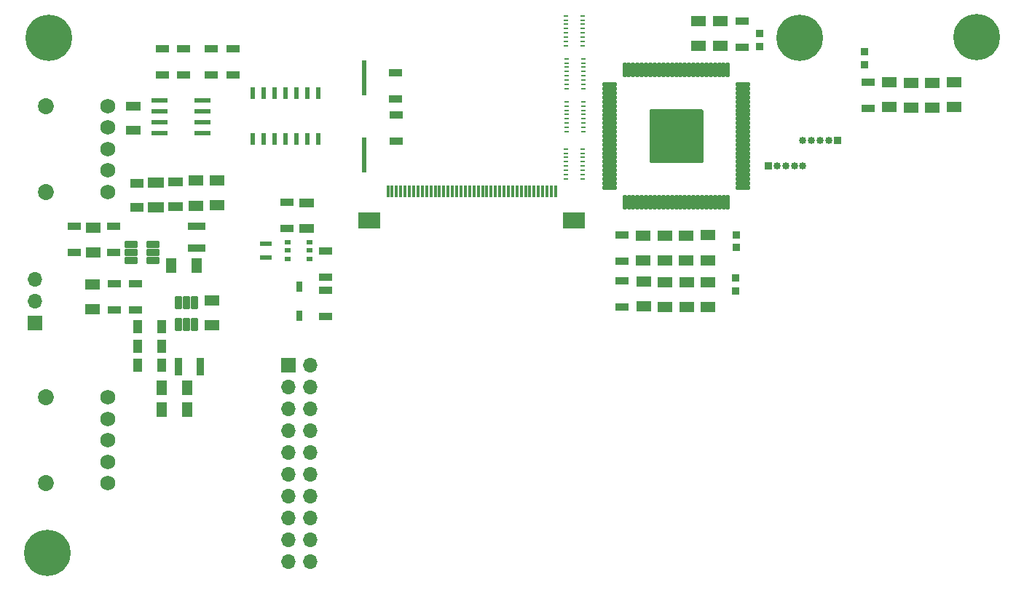
<source format=gts>
%TF.GenerationSoftware,KiCad,Pcbnew,8.0.8*%
%TF.CreationDate,2025-02-15T02:41:19-07:00*%
%TF.ProjectId,ECE Capstone PCB Design,45434520-4361-4707-9374-6f6e65205043,rev?*%
%TF.SameCoordinates,Original*%
%TF.FileFunction,Soldermask,Top*%
%TF.FilePolarity,Negative*%
%FSLAX46Y46*%
G04 Gerber Fmt 4.6, Leading zero omitted, Abs format (unit mm)*
G04 Created by KiCad (PCBNEW 8.0.8) date 2025-02-15 02:41:19*
%MOMM*%
%LPD*%
G01*
G04 APERTURE LIST*
G04 Aperture macros list*
%AMRoundRect*
0 Rectangle with rounded corners*
0 $1 Rounding radius*
0 $2 $3 $4 $5 $6 $7 $8 $9 X,Y pos of 4 corners*
0 Add a 4 corners polygon primitive as box body*
4,1,4,$2,$3,$4,$5,$6,$7,$8,$9,$2,$3,0*
0 Add four circle primitives for the rounded corners*
1,1,$1+$1,$2,$3*
1,1,$1+$1,$4,$5*
1,1,$1+$1,$6,$7*
1,1,$1+$1,$8,$9*
0 Add four rect primitives between the rounded corners*
20,1,$1+$1,$2,$3,$4,$5,0*
20,1,$1+$1,$4,$5,$6,$7,0*
20,1,$1+$1,$6,$7,$8,$9,0*
20,1,$1+$1,$8,$9,$2,$3,0*%
G04 Aperture macros list end*
%ADD10R,1.752600X1.168400*%
%ADD11R,1.700000X1.700000*%
%ADD12O,1.700000X1.700000*%
%ADD13R,1.168400X1.803400*%
%ADD14R,1.600000X0.855600*%
%ADD15R,0.939800X0.965200*%
%ADD16C,5.400000*%
%ADD17R,1.803400X1.168400*%
%ADD18R,0.584200X0.203200*%
%ADD19R,0.850000X0.850000*%
%ADD20O,0.850000X0.850000*%
%ADD21R,1.981200X0.558800*%
%ADD22C,1.854200*%
%ADD23C,1.752600*%
%ADD24R,0.850900X2.006600*%
%ADD25R,1.600200X1.117600*%
%ADD26R,0.800001X0.549999*%
%ADD27R,0.558800X1.397000*%
%ADD28R,1.117600X1.600200*%
%ADD29RoundRect,0.102000X0.860000X-0.525000X0.860000X0.525000X-0.860000X0.525000X-0.860000X-0.525000X0*%
%ADD30R,1.168400X1.752600*%
%ADD31R,0.609600X4.114800*%
%ADD32R,1.752600X1.016000*%
%ADD33R,0.381000X1.346200*%
%ADD34R,2.540000X1.854200*%
%ADD35RoundRect,0.099250X0.627750X0.297750X-0.627750X0.297750X-0.627750X-0.297750X0.627750X-0.297750X0*%
%ADD36R,2.006600X0.850900*%
%ADD37R,1.447800X0.609600*%
%ADD38RoundRect,0.099250X-0.297750X0.627750X-0.297750X-0.627750X0.297750X-0.627750X0.297750X0.627750X0*%
%ADD39R,0.762000X1.219200*%
%ADD40RoundRect,0.102000X-0.139700X0.736600X-0.139700X-0.736600X0.139700X-0.736600X0.139700X0.736600X0*%
%ADD41RoundRect,0.102000X-0.736600X0.139700X-0.736600X-0.139700X0.736600X-0.139700X0.736600X0.139700X0*%
%ADD42RoundRect,0.102000X-2.997200X2.997200X-2.997200X-2.997200X2.997200X-2.997200X2.997200X2.997200X0*%
%ADD43R,1.701800X1.016000*%
G04 APERTURE END LIST*
D10*
%TO.C,C36*%
X123666800Y-78084400D03*
X123666800Y-80980000D03*
%TD*%
D11*
%TO.C,REF\u002A\u002A*%
X132560000Y-85620000D03*
D12*
X135100000Y-85620000D03*
X132560000Y-88160000D03*
X135100000Y-88160000D03*
X132560000Y-90700000D03*
X135100000Y-90700000D03*
X132560000Y-93240000D03*
X135100000Y-93240000D03*
X132560000Y-95780000D03*
X135100000Y-95780000D03*
X132560000Y-98320000D03*
X135100000Y-98320000D03*
X132560000Y-100860000D03*
X135100000Y-100860000D03*
X132560000Y-103400000D03*
X135100000Y-103400000D03*
X132560000Y-105940000D03*
X135100000Y-105940000D03*
X132560000Y-108480000D03*
X135100000Y-108480000D03*
%TD*%
D13*
%TO.C,C31*%
X117813600Y-90780000D03*
X120760000Y-90780000D03*
%TD*%
D14*
%TO.C,C38*%
X136860000Y-72380000D03*
X136860000Y-75435602D03*
%TD*%
%TO.C,C6*%
X117890000Y-51837801D03*
X117890000Y-48782199D03*
%TD*%
D10*
%TO.C,C19*%
X173810000Y-70584400D03*
X173810000Y-73480000D03*
%TD*%
D14*
%TO.C,C3*%
X123612199Y-51882199D03*
X123612199Y-48826597D03*
%TD*%
D15*
%TO.C,FB1*%
X184560000Y-77029300D03*
X184560000Y-75530700D03*
%TD*%
D10*
%TO.C,C20*%
X202412200Y-52732200D03*
X202412200Y-55627800D03*
%TD*%
%TO.C,C15*%
X176310000Y-70584400D03*
X176310000Y-73480000D03*
%TD*%
D14*
%TO.C,C39*%
X136860000Y-79963403D03*
X136860000Y-76907801D03*
%TD*%
D10*
%TO.C,C8*%
X181310000Y-70532200D03*
X181310000Y-73427800D03*
%TD*%
D16*
%TO.C,REF\u002A\u002A*%
X212560000Y-47480000D03*
%TD*%
D17*
%TO.C,C27*%
X124233200Y-64106800D03*
X124233200Y-67053200D03*
%TD*%
D14*
%TO.C,C34*%
X112310000Y-79230000D03*
X112310000Y-76174398D03*
%TD*%
D10*
%TO.C,C10*%
X178860000Y-75980000D03*
X178860000Y-78875600D03*
%TD*%
D18*
%TO.C,R10*%
X166810000Y-53480000D03*
X166810000Y-52980001D03*
X166810000Y-52480002D03*
X166810000Y-51980001D03*
X166810000Y-51480001D03*
X166810000Y-50980000D03*
X166810000Y-50480001D03*
X166810000Y-49980002D03*
X164879600Y-49980002D03*
X164879600Y-50480001D03*
X164879600Y-50980000D03*
X164879600Y-51480001D03*
X164879600Y-51980001D03*
X164879600Y-52480002D03*
X164879600Y-52980001D03*
X164879600Y-53480000D03*
%TD*%
D10*
%TO.C,C18*%
X173860000Y-75927800D03*
X173860000Y-78823400D03*
%TD*%
D16*
%TO.C,REF\u002A\u002A*%
X104560000Y-107480000D03*
%TD*%
D19*
%TO.C,REF\u002A\u002A*%
X188360000Y-62480000D03*
D20*
X189360000Y-62480000D03*
X190360000Y-62480000D03*
X191360000Y-62480000D03*
X192360000Y-62480000D03*
%TD*%
D18*
%TO.C,R11*%
X166760000Y-48480000D03*
X166760000Y-47980001D03*
X166760000Y-47480002D03*
X166760000Y-46980001D03*
X166760000Y-46480001D03*
X166760000Y-45980000D03*
X166760000Y-45480001D03*
X166760000Y-44980002D03*
X164829600Y-44980002D03*
X164829600Y-45480001D03*
X164829600Y-45980000D03*
X164829600Y-46480001D03*
X164829600Y-46980001D03*
X164829600Y-47480002D03*
X164829600Y-47980001D03*
X164829600Y-48480000D03*
%TD*%
D10*
%TO.C,C29*%
X109860000Y-69624300D03*
X109860000Y-72519900D03*
%TD*%
D14*
%TO.C,C4*%
X126140000Y-51910000D03*
X126140000Y-48854398D03*
%TD*%
D21*
%TO.C,U2*%
X122523800Y-58685000D03*
X122523800Y-57415000D03*
X122523800Y-56145000D03*
X122523800Y-54875000D03*
X117596200Y-54875000D03*
X117596200Y-56145000D03*
X117596200Y-57415000D03*
X117596200Y-58685000D03*
%TD*%
D14*
%TO.C,C21*%
X185260000Y-48640002D03*
X185260000Y-45584400D03*
%TD*%
D22*
%TO.C,J2*%
X104379999Y-89380000D03*
X104379999Y-99380000D03*
D23*
X111560000Y-99380000D03*
X111560000Y-96880000D03*
X111560000Y-94380000D03*
X111560000Y-91880000D03*
X111560000Y-89380000D03*
%TD*%
D24*
%TO.C,L2*%
X119783650Y-85840000D03*
X122336350Y-85840000D03*
%TD*%
D25*
%TO.C,R4*%
X114900000Y-67246000D03*
X114900000Y-64452000D03*
%TD*%
D14*
%TO.C,C26*%
X112260000Y-69514099D03*
X112260000Y-72569701D03*
%TD*%
%TO.C,C37*%
X132360000Y-69763403D03*
X132360000Y-66707801D03*
%TD*%
D26*
%TO.C,U6*%
X132484999Y-71357800D03*
X132484999Y-72307801D03*
X132484999Y-73257799D03*
X135034999Y-73257799D03*
X135034999Y-72307801D03*
X135034999Y-71357800D03*
%TD*%
D27*
%TO.C,U1*%
X128390000Y-59280000D03*
X129660000Y-59280000D03*
X130930000Y-59280000D03*
X132200000Y-59280000D03*
X133470000Y-59280000D03*
X134740000Y-59280000D03*
X136010000Y-59280000D03*
X136010000Y-53971400D03*
X134740000Y-53971400D03*
X133470000Y-53971400D03*
X132200000Y-53971400D03*
X130930000Y-53971400D03*
X129660000Y-53971400D03*
X128390000Y-53971400D03*
%TD*%
D15*
%TO.C,FB4*%
X187360000Y-47041402D03*
X187360000Y-48540002D03*
%TD*%
D10*
%TO.C,C9*%
X209912200Y-52732200D03*
X209912200Y-55627800D03*
%TD*%
D22*
%TO.C,J1*%
X104379999Y-55480000D03*
X104379999Y-65480000D03*
D23*
X111560000Y-65480000D03*
X111560000Y-62980000D03*
X111560000Y-60480000D03*
X111560000Y-57980000D03*
X111560000Y-55480000D03*
%TD*%
D10*
%TO.C,C7*%
X181360000Y-75980000D03*
X181360000Y-78875600D03*
%TD*%
D28*
%TO.C,R5*%
X117810800Y-85630000D03*
X115016800Y-85630000D03*
%TD*%
D15*
%TO.C,FB*%
X199560000Y-49181400D03*
X199560000Y-50680000D03*
%TD*%
D14*
%TO.C,C5*%
X120390000Y-51837801D03*
X120390000Y-48782199D03*
%TD*%
D10*
%TO.C,C14*%
X176360000Y-75980000D03*
X176360000Y-78875600D03*
%TD*%
D18*
%TO.C,R9*%
X166810000Y-58480000D03*
X166810000Y-57980001D03*
X166810000Y-57480002D03*
X166810000Y-56980001D03*
X166810000Y-56480001D03*
X166810000Y-55980000D03*
X166810000Y-55480001D03*
X166810000Y-54980002D03*
X164879600Y-54980002D03*
X164879600Y-55480001D03*
X164879600Y-55980000D03*
X164879600Y-56480001D03*
X164879600Y-56980001D03*
X164879600Y-57480002D03*
X164879600Y-57980001D03*
X164879600Y-58480000D03*
%TD*%
D10*
%TO.C,C11*%
X178810000Y-70584400D03*
X178810000Y-73480000D03*
%TD*%
D14*
%TO.C,C28*%
X107660000Y-69514099D03*
X107660000Y-72569701D03*
%TD*%
D29*
%TO.C,R3*%
X117150000Y-67285200D03*
X117150000Y-64365200D03*
%TD*%
D14*
%TO.C,C32*%
X114810000Y-79230000D03*
X114810000Y-76174398D03*
%TD*%
%TO.C,C22*%
X171360000Y-75847799D03*
X171360000Y-78903401D03*
%TD*%
D30*
%TO.C,C30*%
X121851400Y-74053200D03*
X118955800Y-74053200D03*
%TD*%
D31*
%TO.C,8MHz*%
X141360000Y-61180000D03*
X141360000Y-52188400D03*
%TD*%
D32*
%TO.C,R1*%
X114560000Y-55480000D03*
X114560000Y-58324800D03*
%TD*%
D10*
%TO.C,C16*%
X204912200Y-52784400D03*
X204912200Y-55680000D03*
%TD*%
D33*
%TO.C,J3*%
X144113398Y-65443100D03*
X144613524Y-65443100D03*
X145113650Y-65443100D03*
X145613776Y-65443100D03*
X146113902Y-65443100D03*
X146614028Y-65443100D03*
X147114154Y-65443100D03*
X147614280Y-65443100D03*
X148114406Y-65443100D03*
X148614532Y-65443100D03*
X149114658Y-65443100D03*
X149614784Y-65443100D03*
X150114910Y-65443100D03*
X150615036Y-65443100D03*
X151115162Y-65443100D03*
X151615288Y-65443100D03*
X152115414Y-65443100D03*
X152615540Y-65443100D03*
X153115666Y-65443100D03*
X153615792Y-65443100D03*
X154115918Y-65443100D03*
X154616044Y-65443100D03*
X155116170Y-65443100D03*
X155616296Y-65443100D03*
X156116422Y-65443100D03*
X156616548Y-65443100D03*
X157116674Y-65443100D03*
X157616800Y-65443100D03*
X158116926Y-65443100D03*
X158617052Y-65443100D03*
X159117178Y-65443100D03*
X159617304Y-65443100D03*
X160117430Y-65443100D03*
X160617556Y-65443100D03*
X161117682Y-65443100D03*
X161617808Y-65443100D03*
X162117934Y-65443100D03*
X162618060Y-65443100D03*
X163118186Y-65443100D03*
X163618312Y-65443100D03*
D34*
X141965856Y-68793101D03*
X165765854Y-68793101D03*
%TD*%
D35*
%TO.C,U7*%
X116806400Y-73491900D03*
X116806400Y-72541900D03*
X116806400Y-71591900D03*
X114296400Y-71591900D03*
X114296400Y-72541900D03*
X114296400Y-73491900D03*
%TD*%
D14*
%TO.C,C23*%
X171310000Y-70504399D03*
X171310000Y-73560001D03*
%TD*%
D18*
%TO.C,R12*%
X166760000Y-63980000D03*
X166760000Y-63480001D03*
X166760000Y-62980002D03*
X166760000Y-62480001D03*
X166760000Y-61980001D03*
X166760000Y-61480000D03*
X166760000Y-60980001D03*
X166760000Y-60480002D03*
X164829600Y-60480002D03*
X164829600Y-60980001D03*
X164829600Y-61480000D03*
X164829600Y-61980001D03*
X164829600Y-62480001D03*
X164829600Y-62980002D03*
X164829600Y-63480001D03*
X164829600Y-63980000D03*
%TD*%
D36*
%TO.C,L1*%
X121851400Y-69476850D03*
X121851400Y-72029550D03*
%TD*%
D32*
%TO.C,R2*%
X119450000Y-64325200D03*
X119450000Y-67170000D03*
%TD*%
D28*
%TO.C,R7*%
X117807800Y-81170000D03*
X115013800Y-81170000D03*
%TD*%
%TO.C,R6*%
X115016800Y-83410000D03*
X117810800Y-83410000D03*
%TD*%
D15*
%TO.C,FB2*%
X184610000Y-71979300D03*
X184610000Y-70480700D03*
%TD*%
D13*
%TO.C,C33*%
X117813600Y-88280000D03*
X120760000Y-88280000D03*
%TD*%
D16*
%TO.C,*%
X191960000Y-47580000D03*
%TD*%
D10*
%TO.C,C13*%
X180260000Y-48480000D03*
X180260000Y-45584400D03*
%TD*%
D17*
%TO.C,C25*%
X121760000Y-64133600D03*
X121760000Y-67080000D03*
%TD*%
D37*
%TO.C,L3*%
X129960000Y-73107901D03*
X129960000Y-71507701D03*
%TD*%
D38*
%TO.C,U5*%
X121659800Y-78410000D03*
X120709800Y-78410000D03*
X119759800Y-78410000D03*
X119759800Y-80920000D03*
X120709800Y-80920000D03*
X121659800Y-80920000D03*
%TD*%
D10*
%TO.C,C12*%
X207412200Y-52784400D03*
X207412200Y-55680000D03*
%TD*%
D14*
%TO.C,C2*%
X145020000Y-54687801D03*
X145020000Y-51632199D03*
%TD*%
D10*
%TO.C,C17*%
X182760000Y-48480000D03*
X182760000Y-45584400D03*
%TD*%
D14*
%TO.C,C24*%
X199912200Y-52732200D03*
X199912200Y-55787802D03*
%TD*%
%TO.C,C1*%
X145050000Y-56532199D03*
X145050000Y-59587801D03*
%TD*%
D39*
%TO.C,D1*%
X133860000Y-79884201D03*
X133860000Y-76531401D03*
%TD*%
D40*
%TO.C,U3*%
X183638400Y-51258400D03*
X183138400Y-51258400D03*
X182642200Y-51258400D03*
X182134200Y-51258400D03*
X181638400Y-51258400D03*
X181138400Y-51258400D03*
X180635600Y-51258400D03*
X180138400Y-51258400D03*
X179638400Y-51258400D03*
X179137000Y-51258400D03*
X178629000Y-51258400D03*
X178138400Y-51258400D03*
X177638400Y-51258400D03*
X177130400Y-51258400D03*
X176638400Y-51258400D03*
X176139800Y-51258400D03*
X175631800Y-51258400D03*
X175138400Y-51258400D03*
X174641200Y-51258400D03*
X174133200Y-51258400D03*
X173638400Y-51258400D03*
X173142600Y-51258400D03*
X172634600Y-51258400D03*
X172126600Y-51258400D03*
X171638400Y-51258400D03*
D41*
X169916800Y-52985600D03*
X169916800Y-53480000D03*
X169916800Y-53976200D03*
X169916800Y-54484200D03*
X169916800Y-54980000D03*
X169916800Y-55474800D03*
X169916800Y-55982800D03*
X169916800Y-56490800D03*
X169916800Y-56980000D03*
X169916800Y-57481400D03*
X169916800Y-57980000D03*
X169916800Y-58480000D03*
X169916800Y-58980000D03*
X169916800Y-59480000D03*
X169916800Y-59980000D03*
X169916800Y-60478600D03*
X169916800Y-60980000D03*
X169916800Y-61480000D03*
X169916800Y-61977200D03*
X169916800Y-62485200D03*
X169916800Y-62980000D03*
X169916800Y-63475800D03*
X169916800Y-63983800D03*
X169916800Y-64480000D03*
X169916800Y-64980000D03*
D40*
X171644000Y-66701600D03*
X172138400Y-66701600D03*
X172634600Y-66701600D03*
X173142600Y-66701600D03*
X173638400Y-66701600D03*
X174138400Y-66701600D03*
X174641200Y-66701600D03*
X175138400Y-66701600D03*
X175638400Y-66701600D03*
X176139800Y-66701600D03*
X176638400Y-66701600D03*
X177138400Y-66701600D03*
X177638400Y-66701600D03*
X178138400Y-66701600D03*
X178638400Y-66701600D03*
X179137000Y-66701600D03*
X179638400Y-66701600D03*
X180138400Y-66701600D03*
X180635600Y-66701600D03*
X181138400Y-66701600D03*
X181638400Y-66701600D03*
X182134200Y-66701600D03*
X182642200Y-66701600D03*
X183150200Y-66701600D03*
X183638400Y-66701600D03*
D41*
X185360000Y-64980000D03*
X185360000Y-64480000D03*
X185360000Y-63983800D03*
X185360000Y-63475800D03*
X185360000Y-62980000D03*
X185360000Y-62480000D03*
X185360000Y-61977200D03*
X185360000Y-61480000D03*
X185360000Y-60980000D03*
X185360000Y-60478600D03*
X185360000Y-59980000D03*
X185360000Y-59480000D03*
X185360000Y-58980000D03*
X185360000Y-58480000D03*
X185360000Y-57980000D03*
X185360000Y-57481400D03*
X185360000Y-56980000D03*
X185360000Y-56480000D03*
X185360000Y-55982800D03*
X185360000Y-55480000D03*
X185360000Y-54980000D03*
X185360000Y-54484200D03*
X185360000Y-53976200D03*
X185360000Y-53480000D03*
X185360000Y-52980000D03*
D42*
X177638400Y-58980000D03*
%TD*%
D16*
%TO.C,REF\u002A\u002A*%
X104660000Y-47580000D03*
%TD*%
D19*
%TO.C,REF\u002A\u002A*%
X196360000Y-59480000D03*
D20*
X195360000Y-59480000D03*
X194360000Y-59480000D03*
X193360000Y-59480000D03*
X192360000Y-59480000D03*
%TD*%
D43*
%TO.C,R8*%
X134634999Y-69705599D03*
X134634999Y-66809999D03*
%TD*%
D10*
%TO.C,C35*%
X109810000Y-79149999D03*
X109810000Y-76254399D03*
%TD*%
D11*
%TO.C,REF\u002A\u002A*%
X103060000Y-80755000D03*
D12*
X103060000Y-78215000D03*
X103060000Y-75675000D03*
%TD*%
M02*

</source>
